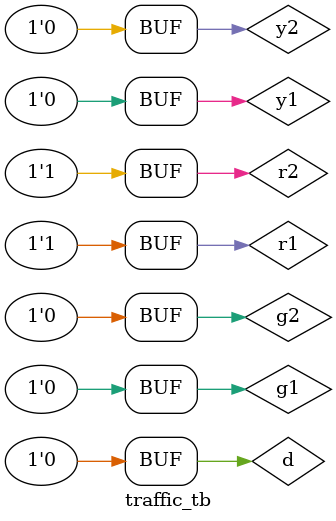
<source format=v>
module traffic(g1,y1,r1,g2,y2,r2,d,G1,Y1,R1,G2,Y2,R2);
input g1,y1,r1,g2,y2,r2,d;
output G1,Y1,R1,G2,Y2,R2;
assign G1=!g1&!y1&r1&!g2&!y2&r2&d;
assign Y1=g1&!y1&!r1&!g2&!y2&r2&d;
assign G2=!g1&!y1&r1&!g2&!y2&r2&!d;
assign Y2=!g1&!y1&r1&g2&!y2&!r2&!d;
assign R1=(!g1&!y1&r1&g2&!y2&!r2&!d)+
(!g1&!y1&r1&!g2&y2&!r2&d)+
(!g1&!y1&r1&!g2&!y2&r2&!d)+
(!g1&y1&!r1&!g2&!y2&r2&!d);
assign R2=(g1&!y1&!r1&g2&y2&!r2&d)+
(!g1&!y1&r1&!g2&y2&!r2&d)+
(!g1&!y1&r1&!g2&!y2&r2&d)+
(!g1&y1&!r1&!g2&!y2&r2&!d);
endmodule

`timescale 1ns/1ps
module traffic_tb;
reg g1,y1,r1,g2,y2,r2,d;
wire G1,Y1,R1,G2,Y2,R2;
traffic uut(.g1(g1),.y1(y1),.r1(r1),.g2(g2),.y2(y2),.r2(r2),.d(d),.G1(G1),.Y1(Y1),.R1(R1),.G2(G2),.Y2(Y2),.R2(R2));
initial begin
	g1=0;y1=0;r1=1;g2=0;y2=0;r2=1;d=0;
	#10;
	g1=0;y1=0;r1=1;g2=1;y2=0;r2=0;d=0;
	#10;
	g1=0;y1=0;r1=1;g2=0;y2=1;r2=0;d=1;
	#10;
	g1=0;y1=0;r1=1;g2=0;y2=0;r2=1;d=1;
	#10;
	g1=1;y1=0;r1=0;g2=0;y2=0;r2=1;d=1;
	#10;
	g1=0;y1=1;r1=0;g2=0;y2=0;r2=1;d=0;
	#10;
	g1=0;y1=0;r1=1;g2=0;y2=0;r2=1;d=0;
	#10;
end 
endmodule

</source>
